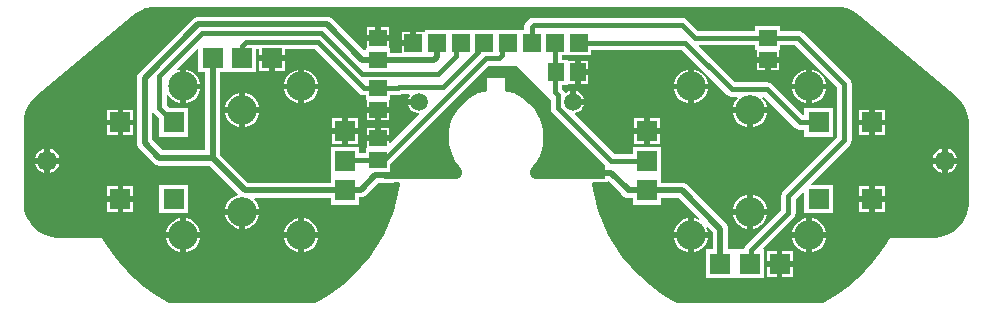
<source format=gtl>
G04*
G04 #@! TF.GenerationSoftware,Altium Limited,Altium Designer,24.0.1 (36)*
G04*
G04 Layer_Physical_Order=1*
G04 Layer_Color=255*
%FSLAX44Y44*%
%MOMM*%
G71*
G04*
G04 #@! TF.SameCoordinates,811BA0F7-A594-4557-B5C9-4EDA185BC575*
G04*
G04*
G04 #@! TF.FilePolarity,Positive*
G04*
G01*
G75*
%ADD10R,1.5000X1.4000*%
%ADD11R,1.4000X1.5000*%
%ADD12C,0.5000*%
%ADD13C,0.4000*%
%ADD14C,0.3000*%
%ADD15R,1.5000X1.5000*%
%ADD16R,1.8000X1.8000*%
%ADD17C,2.5000*%
%ADD18C,1.7000*%
%ADD19C,1.5000*%
G36*
X970081Y535000D02*
X970081Y535000D01*
X972706Y535000D01*
X977875Y534088D01*
X982808Y532293D01*
X987354Y529668D01*
X989364Y527981D01*
X1070284Y460082D01*
X1070284Y460082D01*
X1071538Y459029D01*
X1073803Y456663D01*
X1075798Y454064D01*
X1077497Y451264D01*
X1078881Y448295D01*
X1079934Y445193D01*
X1080643Y441995D01*
X1081000Y438739D01*
X1081000Y437101D01*
X1081000Y370000D01*
Y368034D01*
X1080487Y364135D01*
X1079469Y360336D01*
X1077964Y356703D01*
X1075998Y353297D01*
X1073604Y350177D01*
X1070823Y347396D01*
X1067703Y345002D01*
X1064297Y343036D01*
X1060664Y341531D01*
X1056865Y340513D01*
X1052966Y340000D01*
X1014322D01*
X1014322Y340000D01*
X1011913Y335616D01*
X1006461Y327228D01*
X1000402Y319267D01*
X993772Y311776D01*
X986605Y304796D01*
X978941Y298366D01*
X970822Y292520D01*
X962293Y287292D01*
X957847Y285000D01*
X834153Y285000D01*
X834153Y285000D01*
X829233Y287536D01*
X819840Y293397D01*
X810958Y300007D01*
X802648Y307322D01*
X794964Y315293D01*
X787959Y323866D01*
X781679Y332984D01*
X776166Y342586D01*
X771459Y352606D01*
X767587Y362979D01*
X764578Y373633D01*
X762451Y384498D01*
X762284Y385995D01*
X763130Y386941D01*
X773500D01*
X774671Y387174D01*
X775663Y387837D01*
X776326Y387902D01*
X786707Y377521D01*
X787038Y376722D01*
X788080Y375364D01*
X789438Y374322D01*
X791019Y373667D01*
X792716Y373444D01*
X797000D01*
Y368000D01*
X821000D01*
Y373444D01*
X835785D01*
X853142Y356086D01*
X852363Y355070D01*
X851597Y355512D01*
X848500Y356342D01*
Y344500D01*
X860342D01*
X859512Y347597D01*
X859070Y348363D01*
X860086Y349142D01*
X864444Y344784D01*
Y330000D01*
X859000D01*
Y306000D01*
X883000D01*
Y306000D01*
X884000D01*
Y306000D01*
X908000D01*
Y330000D01*
X907800D01*
X907314Y331173D01*
X932826Y356686D01*
X934152Y358670D01*
X934618Y361011D01*
Y372466D01*
X940827Y378675D01*
X942000Y378189D01*
Y360500D01*
X966000D01*
Y384500D01*
X948311D01*
X947825Y385673D01*
X980326Y418174D01*
X981652Y420159D01*
X982118Y422500D01*
Y470000D01*
X981652Y472341D01*
X980326Y474326D01*
X941076Y513576D01*
X939091Y514902D01*
X936750Y515368D01*
X921500D01*
Y519250D01*
X900500D01*
Y515368D01*
X851784D01*
X842826Y524326D01*
X840841Y525652D01*
X838500Y526118D01*
X712757D01*
X710416Y525652D01*
X708432Y524326D01*
X706674Y522568D01*
X705348Y520584D01*
X704883Y518243D01*
Y515500D01*
X620500D01*
X620500Y514500D01*
X613500D01*
Y505000D01*
X611000D01*
Y502500D01*
X601500D01*
Y496556D01*
X591500D01*
Y500750D01*
X590500D01*
Y506750D01*
X571500D01*
Y500750D01*
X570500D01*
Y499068D01*
X569230Y498542D01*
X542636Y525136D01*
X541278Y526178D01*
X539697Y526833D01*
X538000Y527056D01*
X429000D01*
X427303Y526833D01*
X425722Y526178D01*
X424364Y525136D01*
X378864Y479636D01*
X377822Y478278D01*
X377167Y476697D01*
X376944Y475000D01*
Y420000D01*
X377167Y418303D01*
X377822Y416722D01*
X378864Y415364D01*
X391364Y402864D01*
X392722Y401822D01*
X394303Y401167D01*
X396000Y400944D01*
X438284D01*
X462118Y377110D01*
X461790Y375883D01*
X460403Y375512D01*
X457097Y373603D01*
X454397Y370903D01*
X452488Y367597D01*
X451658Y364500D01*
X480342D01*
X479512Y367597D01*
X477603Y370903D01*
X476236Y372271D01*
X476722Y373444D01*
X541000D01*
Y368000D01*
X565000D01*
Y374015D01*
X566571D01*
X568268Y374238D01*
X569849Y374893D01*
X571207Y375935D01*
X581497Y386225D01*
X592063D01*
X593760Y386449D01*
X594949Y386941D01*
X598870D01*
X599716Y385995D01*
X599549Y384498D01*
X597422Y373633D01*
X594413Y362979D01*
X590541Y352606D01*
X585834Y342586D01*
X580321Y332984D01*
X574041Y323866D01*
X567036Y315293D01*
X559352Y307322D01*
X551042Y300007D01*
X542160Y293397D01*
X532767Y287536D01*
X527847Y285000D01*
X404153D01*
X399707Y287292D01*
X391178Y292520D01*
X383059Y298366D01*
X375395Y304796D01*
X368228Y311776D01*
X361598Y319267D01*
X355539Y327228D01*
X350087Y335616D01*
X347678Y340000D01*
X311000Y340000D01*
X309034D01*
X305135Y340513D01*
X301336Y341531D01*
X297703Y343036D01*
X294297Y345002D01*
X291177Y347396D01*
X288396Y350177D01*
X286002Y353297D01*
X284036Y356703D01*
X282531Y360336D01*
X281513Y364135D01*
X281000Y368034D01*
Y370000D01*
Y437101D01*
X281000Y438739D01*
X281357Y441995D01*
X282066Y445193D01*
X283119Y448295D01*
X284503Y451264D01*
X286202Y454064D01*
X288197Y456663D01*
X290462Y459029D01*
X291716Y460082D01*
X372635Y527981D01*
X372635Y527981D01*
X372635Y527981D01*
X374646Y529668D01*
X379192Y532293D01*
X384125Y534088D01*
X389294Y535000D01*
X391919Y535000D01*
X970081Y535000D01*
X970081Y535000D01*
D02*
G37*
G36*
X564924Y462424D02*
X566909Y461098D01*
X569250Y460632D01*
X570500D01*
Y456750D01*
X571500D01*
Y450750D01*
X581000D01*
X590500D01*
Y456750D01*
X591500D01*
Y460632D01*
X597750D01*
X600091Y461098D01*
X600517Y461382D01*
X607249D01*
X607982Y460112D01*
X607147Y458667D01*
X606835Y457500D01*
X616000D01*
Y452500D01*
X606835D01*
X607147Y451333D01*
X608398Y449167D01*
X610167Y447398D01*
X612333Y446147D01*
X614749Y445500D01*
X615583D01*
X616069Y444327D01*
X591673Y419931D01*
X590500Y420417D01*
Y421750D01*
X571500D01*
Y415750D01*
X570500D01*
Y411867D01*
X565000D01*
Y417000D01*
X541000D01*
Y393000D01*
X541000D01*
Y392000D01*
X541000D01*
Y386556D01*
X471216D01*
X447556Y410216D01*
Y480000D01*
X453000D01*
Y480000D01*
X454000D01*
Y480000D01*
X478000D01*
Y499882D01*
X480000D01*
Y494500D01*
X502000D01*
Y499882D01*
X527466D01*
X564924Y462424D01*
D02*
G37*
G36*
X969883Y467466D02*
Y425034D01*
X924174Y379326D01*
X922848Y377341D01*
X922383Y375000D01*
Y363545D01*
X892906Y334068D01*
X891579Y332084D01*
X891165Y330000D01*
X884000D01*
Y330000D01*
X883000D01*
Y330000D01*
X877556D01*
Y347500D01*
X877333Y349197D01*
X876678Y350778D01*
X875636Y352136D01*
X843136Y384636D01*
X841778Y385678D01*
X840197Y386333D01*
X838500Y386556D01*
X821000D01*
Y392000D01*
X821000D01*
Y393000D01*
X821000D01*
Y417000D01*
X797000D01*
Y411118D01*
X780856D01*
X747675Y444299D01*
X748055Y445715D01*
X749667Y446147D01*
X751833Y447398D01*
X753602Y449167D01*
X754853Y451333D01*
X755165Y452500D01*
X746000D01*
Y455000D01*
X743500D01*
Y464165D01*
X742333Y463853D01*
X740534Y462814D01*
X739263Y463186D01*
X739100Y463331D01*
X737826Y465237D01*
X737118Y465945D01*
Y469500D01*
X741750D01*
Y470500D01*
X747750D01*
Y480000D01*
Y489500D01*
X741750D01*
Y490500D01*
X737118D01*
Y494500D01*
X761500D01*
Y498882D01*
X838466D01*
X876174Y461174D01*
X878159Y459848D01*
X880500Y459382D01*
X885217D01*
X885703Y458209D01*
X884397Y456903D01*
X882488Y453597D01*
X881658Y450500D01*
X896000D01*
X910342D01*
X909512Y453597D01*
X907603Y456903D01*
X906297Y458209D01*
X906783Y459382D01*
X907966D01*
X934174Y433174D01*
X936159Y431848D01*
X938500Y431382D01*
X942000D01*
Y425500D01*
X966000D01*
Y449500D01*
X942000D01*
Y444351D01*
X940730Y443922D01*
X914826Y469826D01*
X912841Y471152D01*
X910500Y471618D01*
X883034D01*
X852692Y501959D01*
X853178Y503132D01*
X900500D01*
Y499250D01*
X901500D01*
Y493250D01*
X911000D01*
X920500D01*
Y499250D01*
X921500D01*
Y503132D01*
X934216D01*
X969883Y467466D01*
D02*
G37*
G36*
X429000Y499583D02*
Y480000D01*
X434444D01*
Y414056D01*
X398716D01*
X390056Y422716D01*
Y445310D01*
X391326Y445695D01*
X391674Y445174D01*
X396000Y440849D01*
Y425500D01*
X420000D01*
Y449500D01*
X404651D01*
X402118Y452034D01*
Y460505D01*
X403388Y460845D01*
X404397Y459097D01*
X407097Y456397D01*
X410403Y454488D01*
X413500Y453658D01*
Y468000D01*
Y482342D01*
X411309Y481754D01*
X410651Y482893D01*
X427827Y500069D01*
X429000Y499583D01*
D02*
G37*
G36*
X727383Y455533D02*
Y449822D01*
X727848Y447481D01*
X729174Y445497D01*
X773500Y401171D01*
Y390000D01*
X714541D01*
X713817Y390000D01*
X712429Y390410D01*
X711214Y391198D01*
X710272Y392298D01*
X709681Y393619D01*
X709489Y395055D01*
X709712Y396485D01*
X710133Y397375D01*
X710814Y398333D01*
X710814Y398333D01*
X710814Y398333D01*
X710814Y398333D01*
X712508Y400357D01*
X715477Y404719D01*
X717846Y409433D01*
X719575Y414417D01*
X720632Y419586D01*
X721000Y424849D01*
X720672Y430115D01*
X719653Y435292D01*
X717963Y440290D01*
X715629Y445021D01*
X712692Y449405D01*
X709205Y453363D01*
X705227Y456829D01*
X700827Y459740D01*
X696082Y462048D01*
X691075Y463710D01*
X688500Y464291D01*
X688500Y475000D01*
X673500D01*
Y464291D01*
X673500Y464290D01*
X670925Y463710D01*
X665918Y462047D01*
X661173Y459740D01*
X656774Y456829D01*
X652795Y453363D01*
X649308Y449404D01*
X646372Y445021D01*
X644038Y440289D01*
X642347Y435292D01*
X641329Y430115D01*
X641000Y424850D01*
X641368Y419586D01*
X642425Y414417D01*
X644154Y409433D01*
X646523Y404719D01*
X649492Y400358D01*
X651186Y398333D01*
Y398333D01*
X651668Y397794D01*
X652288Y396485D01*
X652511Y395055D01*
X652319Y393619D01*
X651728Y392298D01*
X650786Y391198D01*
X649571Y390411D01*
X648183Y390000D01*
X586000D01*
Y395750D01*
X591500D01*
Y402455D01*
X674045Y485000D01*
X698381D01*
X727383Y455533D01*
D02*
G37*
%LPC*%
G36*
X590500Y518250D02*
X583500D01*
Y511750D01*
X590500D01*
Y518250D01*
D02*
G37*
G36*
X578500D02*
X571500D01*
Y511750D01*
X578500D01*
Y518250D01*
D02*
G37*
G36*
X608500Y514500D02*
X601500D01*
Y507500D01*
X608500D01*
Y514500D01*
D02*
G37*
G36*
X374000Y448500D02*
X365500D01*
Y440000D01*
X374000D01*
Y448500D01*
D02*
G37*
G36*
X360500D02*
X352000D01*
Y440000D01*
X360500D01*
Y448500D01*
D02*
G37*
G36*
X1010000Y448500D02*
X1001500D01*
Y440000D01*
X1010000D01*
Y448500D01*
D02*
G37*
G36*
X996500D02*
X988000D01*
Y440000D01*
X996500D01*
Y448500D01*
D02*
G37*
G36*
X1010000Y435000D02*
X1001500D01*
Y426500D01*
X1010000D01*
Y435000D01*
D02*
G37*
G36*
X996500D02*
X988000D01*
Y426500D01*
X996500D01*
Y435000D01*
D02*
G37*
G36*
X374000Y435000D02*
X365500D01*
Y426500D01*
X374000D01*
Y435000D01*
D02*
G37*
G36*
X360500D02*
X352000D01*
Y426500D01*
X360500D01*
Y435000D01*
D02*
G37*
G36*
X1063500Y415201D02*
Y407500D01*
X1071201D01*
X1070784Y409053D01*
X1069402Y411447D01*
X1067447Y413402D01*
X1065053Y414784D01*
X1063500Y415201D01*
D02*
G37*
G36*
X1058500D02*
X1056947Y414784D01*
X1054553Y413402D01*
X1052598Y411447D01*
X1051216Y409053D01*
X1050799Y407500D01*
X1058500D01*
Y415201D01*
D02*
G37*
G36*
X303500D02*
Y407500D01*
X311201D01*
X310784Y409053D01*
X309402Y411447D01*
X307447Y413402D01*
X305053Y414784D01*
X303500Y415201D01*
D02*
G37*
G36*
X298500D02*
X296947Y414784D01*
X294553Y413402D01*
X292598Y411447D01*
X291216Y409053D01*
X290800Y407500D01*
X298500D01*
Y415201D01*
D02*
G37*
G36*
X1071201Y402500D02*
X1063500D01*
Y394799D01*
X1065053Y395216D01*
X1067447Y396598D01*
X1069402Y398553D01*
X1070784Y400947D01*
X1071201Y402500D01*
D02*
G37*
G36*
X1058500D02*
X1050799D01*
X1051216Y400947D01*
X1052598Y398553D01*
X1054553Y396598D01*
X1056947Y395216D01*
X1058500Y394799D01*
Y402500D01*
D02*
G37*
G36*
X311201D02*
X303500D01*
Y394799D01*
X305053Y395216D01*
X307447Y396598D01*
X309402Y398553D01*
X310784Y400947D01*
X311201Y402500D01*
D02*
G37*
G36*
X298500D02*
X290800D01*
X291216Y400947D01*
X292598Y398553D01*
X294553Y396598D01*
X296947Y395216D01*
X298500Y394799D01*
Y402500D01*
D02*
G37*
G36*
X1010000Y383500D02*
X1001500D01*
Y375000D01*
X1010000D01*
Y383500D01*
D02*
G37*
G36*
X996500D02*
X988000D01*
Y375000D01*
X996500D01*
Y383500D01*
D02*
G37*
G36*
X374000Y383500D02*
X365500D01*
Y375000D01*
X374000D01*
Y383500D01*
D02*
G37*
G36*
X360500D02*
X352000D01*
Y375000D01*
X360500D01*
Y383500D01*
D02*
G37*
G36*
X1010000Y370000D02*
X1001500D01*
Y361500D01*
X1010000D01*
Y370000D01*
D02*
G37*
G36*
X996500D02*
X988000D01*
Y361500D01*
X996500D01*
Y370000D01*
D02*
G37*
G36*
X374000Y370000D02*
X365500D01*
Y361500D01*
X374000D01*
Y370000D01*
D02*
G37*
G36*
X360500D02*
X352000D01*
Y361500D01*
X360500D01*
Y370000D01*
D02*
G37*
G36*
X420000Y384500D02*
X396000D01*
Y360500D01*
X420000D01*
Y384500D01*
D02*
G37*
G36*
X480342Y359500D02*
X468500D01*
Y347658D01*
X471597Y348488D01*
X474903Y350397D01*
X477603Y353097D01*
X479512Y356403D01*
X480342Y359500D01*
D02*
G37*
G36*
X463500D02*
X451658D01*
X452488Y356403D01*
X454397Y353097D01*
X457097Y350397D01*
X460403Y348488D01*
X463500Y347658D01*
Y359500D01*
D02*
G37*
G36*
X948500Y356342D02*
Y344500D01*
X960342D01*
X959512Y347597D01*
X957603Y350903D01*
X954903Y353603D01*
X951597Y355512D01*
X948500Y356342D01*
D02*
G37*
G36*
X518500Y356342D02*
Y344500D01*
X530342D01*
X529512Y347597D01*
X527603Y350903D01*
X524903Y353603D01*
X521597Y355512D01*
X518500Y356342D01*
D02*
G37*
G36*
X513500D02*
X510403Y355512D01*
X507097Y353603D01*
X504397Y350903D01*
X502488Y347597D01*
X501658Y344500D01*
X513500D01*
Y356342D01*
D02*
G37*
G36*
X418500D02*
Y344500D01*
X430342D01*
X429512Y347597D01*
X427603Y350903D01*
X424903Y353603D01*
X421597Y355512D01*
X418500Y356342D01*
D02*
G37*
G36*
X413500D02*
X410403Y355512D01*
X407097Y353603D01*
X404397Y350903D01*
X402488Y347597D01*
X401658Y344500D01*
X413500D01*
Y356342D01*
D02*
G37*
G36*
X943500Y356342D02*
X940403Y355512D01*
X937097Y353603D01*
X934397Y350903D01*
X932488Y347597D01*
X931658Y344500D01*
X943500D01*
Y356342D01*
D02*
G37*
G36*
X843500D02*
X840403Y355512D01*
X837097Y353603D01*
X834397Y350903D01*
X832488Y347597D01*
X831658Y344500D01*
X843500D01*
Y356342D01*
D02*
G37*
G36*
X960342Y339500D02*
X948500D01*
Y327658D01*
X951597Y328488D01*
X954903Y330397D01*
X957603Y333097D01*
X959512Y336403D01*
X960342Y339500D01*
D02*
G37*
G36*
X860342D02*
X848500D01*
Y327658D01*
X851597Y328488D01*
X854903Y330397D01*
X857603Y333097D01*
X859512Y336403D01*
X860342Y339500D01*
D02*
G37*
G36*
X530342D02*
X518500D01*
Y327658D01*
X521597Y328488D01*
X524903Y330397D01*
X527603Y333097D01*
X529512Y336403D01*
X530342Y339500D01*
D02*
G37*
G36*
X513500D02*
X501658D01*
X502488Y336403D01*
X504397Y333097D01*
X507097Y330397D01*
X510403Y328488D01*
X513500Y327658D01*
Y339500D01*
D02*
G37*
G36*
X430342D02*
X418500D01*
Y327658D01*
X421597Y328488D01*
X424903Y330397D01*
X427603Y333097D01*
X429512Y336403D01*
X430342Y339500D01*
D02*
G37*
G36*
X413500D02*
X401658D01*
X402488Y336403D01*
X404397Y333097D01*
X407097Y330397D01*
X410403Y328488D01*
X413500Y327658D01*
Y339500D01*
D02*
G37*
G36*
X943500D02*
X931658D01*
X932488Y336403D01*
X934397Y333097D01*
X937097Y330397D01*
X940403Y328488D01*
X943500Y327658D01*
Y339500D01*
D02*
G37*
G36*
X843500D02*
X831658D01*
X832488Y336403D01*
X834397Y333097D01*
X837097Y330397D01*
X840403Y328488D01*
X843500Y327658D01*
Y339500D01*
D02*
G37*
G36*
X932000Y329000D02*
X923500D01*
Y320500D01*
X932000D01*
Y329000D01*
D02*
G37*
G36*
X918500D02*
X910000D01*
Y320500D01*
X918500D01*
Y329000D01*
D02*
G37*
G36*
X932000Y315500D02*
X923500D01*
Y307000D01*
X932000D01*
Y315500D01*
D02*
G37*
G36*
X918500D02*
X910000D01*
Y307000D01*
X918500D01*
Y315500D01*
D02*
G37*
G36*
X502000Y489500D02*
X493500D01*
Y481000D01*
X502000D01*
Y489500D01*
D02*
G37*
G36*
X488500D02*
X480000D01*
Y481000D01*
X488500D01*
Y489500D01*
D02*
G37*
G36*
X518500Y482342D02*
Y470500D01*
X530342D01*
X529512Y473597D01*
X527603Y476903D01*
X524903Y479603D01*
X521597Y481512D01*
X518500Y482342D01*
D02*
G37*
G36*
X513500D02*
X510403Y481512D01*
X507097Y479603D01*
X504397Y476903D01*
X502488Y473597D01*
X501658Y470500D01*
X513500D01*
Y482342D01*
D02*
G37*
G36*
X530342Y465500D02*
X518500D01*
Y453658D01*
X521597Y454488D01*
X524903Y456397D01*
X527603Y459097D01*
X529512Y462403D01*
X530342Y465500D01*
D02*
G37*
G36*
X513500D02*
X501658D01*
X502488Y462403D01*
X504397Y459097D01*
X507097Y456397D01*
X510403Y454488D01*
X513500Y453658D01*
Y465500D01*
D02*
G37*
G36*
X468500Y462342D02*
Y450500D01*
X480342D01*
X479512Y453597D01*
X477603Y456903D01*
X474903Y459603D01*
X471597Y461512D01*
X468500Y462342D01*
D02*
G37*
G36*
X463500D02*
X460403Y461512D01*
X457097Y459603D01*
X454397Y456903D01*
X452488Y453597D01*
X451658Y450500D01*
X463500D01*
Y462342D01*
D02*
G37*
G36*
X590500Y445750D02*
X583500D01*
Y439250D01*
X590500D01*
Y445750D01*
D02*
G37*
G36*
X578500D02*
X571500D01*
Y439250D01*
X578500D01*
Y445750D01*
D02*
G37*
G36*
X480342Y445500D02*
X468500D01*
Y433658D01*
X471597Y434488D01*
X474903Y436397D01*
X477603Y439097D01*
X479512Y442403D01*
X480342Y445500D01*
D02*
G37*
G36*
X463500D02*
X451658D01*
X452488Y442403D01*
X454397Y439097D01*
X457097Y436397D01*
X460403Y434488D01*
X463500Y433658D01*
Y445500D01*
D02*
G37*
G36*
X564000Y441000D02*
X555500D01*
Y432500D01*
X564000D01*
Y441000D01*
D02*
G37*
G36*
X550500D02*
X542000D01*
Y432500D01*
X550500D01*
Y441000D01*
D02*
G37*
G36*
X590500Y433250D02*
X583500D01*
Y426750D01*
X590500D01*
Y433250D01*
D02*
G37*
G36*
X578500D02*
X571500D01*
Y426750D01*
X578500D01*
Y433250D01*
D02*
G37*
G36*
X564000Y427500D02*
X555500D01*
Y419000D01*
X564000D01*
Y427500D01*
D02*
G37*
G36*
X550500D02*
X542000D01*
Y419000D01*
X550500D01*
Y427500D01*
D02*
G37*
G36*
X759250Y489500D02*
X752750D01*
Y482500D01*
X759250D01*
Y489500D01*
D02*
G37*
G36*
X920500Y488250D02*
X913500D01*
Y481750D01*
X920500D01*
Y488250D01*
D02*
G37*
G36*
X908500D02*
X901500D01*
Y481750D01*
X908500D01*
Y488250D01*
D02*
G37*
G36*
X759250Y477500D02*
X752750D01*
Y470500D01*
X759250D01*
Y477500D01*
D02*
G37*
G36*
X948500Y482342D02*
Y470500D01*
X960342D01*
X959512Y473597D01*
X957603Y476903D01*
X954903Y479603D01*
X951597Y481512D01*
X948500Y482342D01*
D02*
G37*
G36*
X848500D02*
Y470500D01*
X860342D01*
X859512Y473597D01*
X857603Y476903D01*
X854903Y479603D01*
X851597Y481512D01*
X848500Y482342D01*
D02*
G37*
G36*
X943500Y482342D02*
X940403Y481512D01*
X937097Y479603D01*
X934397Y476903D01*
X932488Y473597D01*
X931658Y470500D01*
X943500D01*
Y482342D01*
D02*
G37*
G36*
X843500D02*
X840403Y481512D01*
X837097Y479603D01*
X834397Y476903D01*
X832488Y473597D01*
X831658Y470500D01*
X843500D01*
Y482342D01*
D02*
G37*
G36*
X748500Y464165D02*
Y457500D01*
X755165D01*
X754853Y458667D01*
X753602Y460833D01*
X751833Y462602D01*
X749667Y463853D01*
X748500Y464165D01*
D02*
G37*
G36*
X960342Y465500D02*
X948500D01*
Y453658D01*
X951597Y454488D01*
X954903Y456397D01*
X957603Y459097D01*
X959512Y462403D01*
X960342Y465500D01*
D02*
G37*
G36*
X860342D02*
X848500D01*
Y453658D01*
X851597Y454488D01*
X854903Y456397D01*
X857603Y459097D01*
X859512Y462403D01*
X860342Y465500D01*
D02*
G37*
G36*
X943500D02*
X931658D01*
X932488Y462403D01*
X934397Y459097D01*
X937097Y456397D01*
X940403Y454488D01*
X943500Y453658D01*
Y465500D01*
D02*
G37*
G36*
X843500D02*
X831658D01*
X832488Y462403D01*
X834397Y459097D01*
X837097Y456397D01*
X840403Y454488D01*
X843500Y453658D01*
Y465500D01*
D02*
G37*
G36*
X910342Y445500D02*
X898500D01*
Y433658D01*
X901597Y434488D01*
X904903Y436397D01*
X907603Y439097D01*
X909512Y442403D01*
X910342Y445500D01*
D02*
G37*
G36*
X893500D02*
X881658D01*
X882488Y442403D01*
X884397Y439097D01*
X887097Y436397D01*
X890403Y434488D01*
X893500Y433658D01*
Y445500D01*
D02*
G37*
G36*
X820000Y441000D02*
X811500D01*
Y432500D01*
X820000D01*
Y441000D01*
D02*
G37*
G36*
X806500D02*
X798000D01*
Y432500D01*
X806500D01*
Y441000D01*
D02*
G37*
G36*
X820000Y427500D02*
X811500D01*
Y419000D01*
X820000D01*
Y427500D01*
D02*
G37*
G36*
X806500D02*
X798000D01*
Y419000D01*
X806500D01*
Y427500D01*
D02*
G37*
G36*
X898500Y376342D02*
Y364500D01*
X910342D01*
X909512Y367597D01*
X907603Y370903D01*
X904903Y373603D01*
X901597Y375512D01*
X898500Y376342D01*
D02*
G37*
G36*
X893500Y376342D02*
X890403Y375512D01*
X887097Y373603D01*
X884397Y370903D01*
X882488Y367597D01*
X881658Y364500D01*
X893500D01*
Y376342D01*
D02*
G37*
G36*
X910342Y359500D02*
X898500D01*
Y347658D01*
X901597Y348488D01*
X904903Y350397D01*
X907603Y353097D01*
X909512Y356403D01*
X910342Y359500D01*
D02*
G37*
G36*
X893500D02*
X881658D01*
X882488Y356403D01*
X884397Y353097D01*
X887097Y350397D01*
X890403Y348488D01*
X893500Y347658D01*
Y359500D01*
D02*
G37*
G36*
X418500Y482342D02*
Y470500D01*
X430342D01*
X429512Y473597D01*
X427603Y476903D01*
X424903Y479603D01*
X421597Y481512D01*
X418500Y482342D01*
D02*
G37*
G36*
X430342Y465500D02*
X418500D01*
Y453658D01*
X421597Y454488D01*
X424903Y456397D01*
X427603Y459097D01*
X429512Y462403D01*
X430342Y465500D01*
D02*
G37*
%LPD*%
D10*
X911000Y490750D02*
D03*
Y509250D02*
D03*
X581000Y424250D02*
D03*
Y405750D02*
D03*
Y448250D02*
D03*
Y466750D02*
D03*
Y509250D02*
D03*
Y490750D02*
D03*
D11*
X750250Y480000D02*
D03*
X731750D02*
D03*
D12*
X578781Y392781D02*
X592063D01*
X566571Y380571D02*
X578781Y392781D01*
X553571Y380571D02*
X566571D01*
X553000Y380000D02*
X553571Y380571D01*
X468500Y380000D02*
X553000D01*
X768500Y395000D02*
X778500D01*
X792716Y380784D01*
Y380000D02*
Y380784D01*
Y380000D02*
X809000D01*
X838500D01*
X581000Y490750D02*
X586000D01*
X567750D02*
X581000D01*
X429000Y520500D02*
X538000D01*
X567750Y490750D01*
X383500Y475000D02*
X429000Y520500D01*
X586000Y490750D02*
X586750Y490000D01*
X838500Y380000D02*
X871000Y347500D01*
Y318000D02*
Y347500D01*
X441000Y407500D02*
X468500Y380000D01*
X441000Y407500D02*
Y492000D01*
X396000Y407500D02*
X441000D01*
X383500Y420000D02*
X396000Y407500D01*
X383500Y420000D02*
Y475000D01*
X631000Y492929D02*
Y505000D01*
X586750Y490000D02*
X628071D01*
X631000Y492929D01*
D13*
X731000Y463411D02*
Y505000D01*
X733500Y449822D02*
X778322Y405000D01*
X733500Y449822D02*
Y460911D01*
X778322Y405000D02*
X809000D01*
X672894Y492500D02*
X683328D01*
X586947Y406553D02*
X672894Y492500D01*
X597750Y466750D02*
X598500Y467500D01*
X553750Y405750D02*
X581000D01*
X665500Y499500D02*
X671000Y505000D01*
X665500Y497000D02*
Y499500D01*
X636000Y467500D02*
X665500Y497000D01*
X598500Y467500D02*
X636000D01*
X647343Y493843D02*
Y501343D01*
X632250Y478750D02*
X647343Y493843D01*
Y501343D02*
X651000Y505000D01*
X567250Y478750D02*
X632250D01*
X731000Y463411D02*
X733500Y460911D01*
X910500Y465500D02*
X938500Y437500D01*
X841000Y505000D02*
X880500Y465500D01*
X910500D01*
X838500Y520000D02*
X849250Y509250D01*
X712757Y520000D02*
X838500D01*
X849250Y509250D02*
X911000D01*
X936750D02*
X976000Y470000D01*
X928500Y375000D02*
X976000Y422500D01*
Y470000D01*
X928500Y361011D02*
Y375000D01*
X938500Y437500D02*
X954000D01*
X751000Y505000D02*
X841000D01*
X569250Y466750D02*
X581000D01*
X530000Y506000D02*
X569250Y466750D01*
X533400Y512500D02*
X533500D01*
X567250Y478750D01*
X469500Y506000D02*
X530000D01*
X432107Y513000D02*
X532900D01*
X533400Y512500D01*
X581000Y466750D02*
X597750D01*
X466000Y502500D02*
X469500Y506000D01*
X466000Y492000D02*
Y502500D01*
X396000Y476893D02*
X432107Y513000D01*
X396000Y449500D02*
X408000Y437500D01*
X396000Y449500D02*
Y476893D01*
X685672Y494843D02*
Y499672D01*
X691000Y505000D01*
X683328Y492500D02*
X685672Y494843D01*
X553000Y405000D02*
X553750Y405750D01*
X711000Y518243D02*
X712757Y520000D01*
X711000Y505000D02*
Y518243D01*
X911000Y509250D02*
X936750D01*
X897231Y329743D02*
X928500Y361011D01*
X896000Y318000D02*
X897231Y319231D01*
Y329743D01*
D14*
X751000Y505000D02*
X751000Y505000D01*
D15*
X611000Y505000D02*
D03*
X631000D02*
D03*
X651000D02*
D03*
X671000D02*
D03*
X691000D02*
D03*
X711000D02*
D03*
X731000D02*
D03*
X751000D02*
D03*
D16*
X363000Y437500D02*
D03*
Y372500D02*
D03*
X408000Y437500D02*
D03*
Y372500D02*
D03*
X441000Y492000D02*
D03*
X466000D02*
D03*
X491000D02*
D03*
X553000Y430000D02*
D03*
Y405000D02*
D03*
Y380000D02*
D03*
X809000Y430000D02*
D03*
Y405000D02*
D03*
Y380000D02*
D03*
X871000Y318000D02*
D03*
X896000D02*
D03*
X921000D02*
D03*
X954000Y437500D02*
D03*
Y372500D02*
D03*
X999000Y437500D02*
D03*
Y372500D02*
D03*
D17*
X466000Y362000D02*
D03*
Y448000D02*
D03*
X416000Y342000D02*
D03*
X516000D02*
D03*
Y468000D02*
D03*
X416000D02*
D03*
X946000Y342000D02*
D03*
X846000D02*
D03*
Y468000D02*
D03*
X946000D02*
D03*
X896000Y362000D02*
D03*
Y448000D02*
D03*
D18*
X301000Y405000D02*
D03*
X1061000D02*
D03*
D19*
X616000Y455000D02*
D03*
X746000D02*
D03*
M02*

</source>
